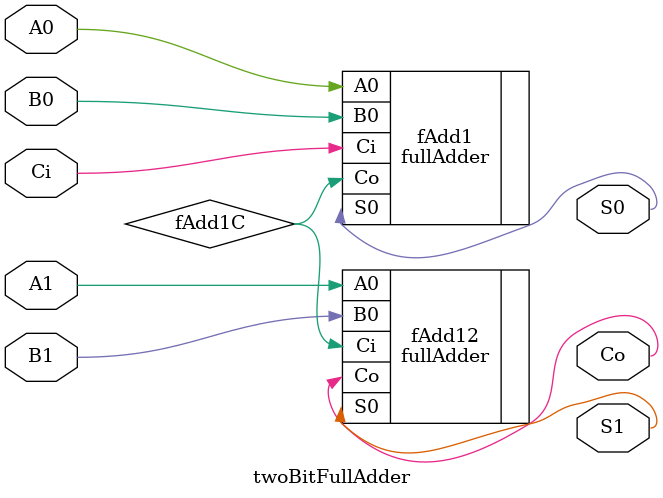
<source format=v>
module twoBitFullAdder (A0, A1, B0, B1, S0, S1, Co, Ci);

input wire A0, A1, B0, B1, Ci;
output wire S0,S1, Co;
wire fAdd1C;
fullAdder fAdd1(
		.A0   (A0),
      .B0   (B0),
		.Ci   (Ci),
      .S0   (S0),
      .Co   (fAdd1C)
	);
fullAdder fAdd12(
		.A0   (A1),
      .B0   (B1),
		.Ci   (fAdd1C),
      .S0   (S1),
      .Co   (Co)
	);
	
endmodule
</source>
